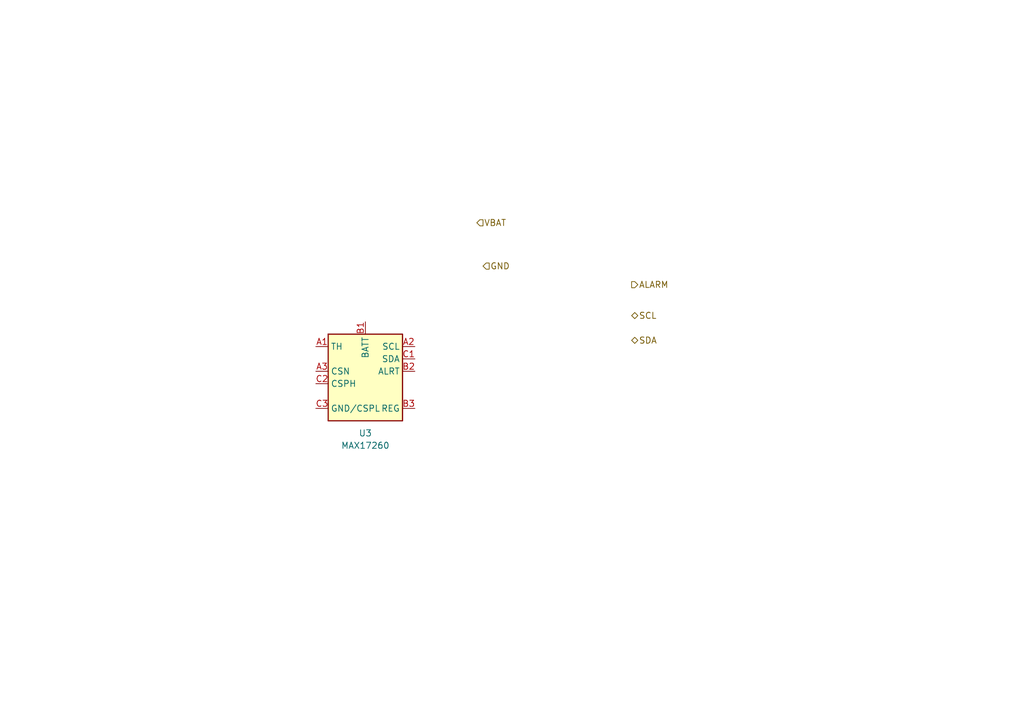
<source format=kicad_sch>
(kicad_sch (version 20231120) (generator "eeschema") (generator_version "8.0")
  (paper "A5")
  (lib_symbols
    (symbol "PowerFeather_KiCAD_Lib:MAX17260"
      (property "Reference" "U" (at -6.985 10.16 0))
      (property "Value" "MAX17260" (at 8.255 10.16 0))
      (symbol "MAX17260_0_1"
        (rectangle (start -7.62 8.89) (end 7.62 -8.89) (stroke (width 0.254)) (fill (type background)))
      )
      (symbol "MAX17260_1_1"
        (pin passive line (at -10.16 6.35 0) (length 2.54) (name "TH") (number "A1"))
        (pin input line (at 10.16 6.35 180) (length 2.54) (name "SCL") (number "A2"))
        (pin passive line (at -10.16 1.27 0) (length 2.54) (name "CSN") (number "A3"))
        (pin power_in line (at 0 11.43 270) (length 2.54) (name "BATT") (number "B1"))
        (pin open_collector line (at 10.16 1.27 180) (length 2.54) (name "ALRT") (number "B2"))
        (pin power_out line (at 10.16 -6.35 180) (length 2.54) (name "REG") (number "B3"))
        (pin bidirectional line (at 10.16 3.81 180) (length 2.54) (name "SDA") (number "C1"))
        (pin passive line (at -10.16 -1.27 0) (length 2.54) (name "CSPH") (number "C2"))
        (pin power_in line (at -10.16 -6.35 0) (length 2.54) (name "GND/CSPL") (number "C3"))
      )
    )
  )
  (hierarchical_label "VBAT" (shape input) (at 97.79 45.72 0))
  (hierarchical_label "GND" (shape input) (at 99.06 54.61 0))
  (hierarchical_label "SCL" (shape bidirectional) (at 129.54 64.77 0))
  (hierarchical_label "SDA" (shape bidirectional) (at 129.54 69.85 0))
  (hierarchical_label "ALARM" (shape output) (at 129.54 58.42 0))
  (symbol (lib_id "PowerFeather_KiCAD_Lib:MAX17260") (at 74.93 77.47 0) (unit 1)
    (property "Reference" "U3" (at 74.93 88.9 0))
    (property "Value" "MAX17260" (at 74.93 91.44 0))
  )
)
</source>
